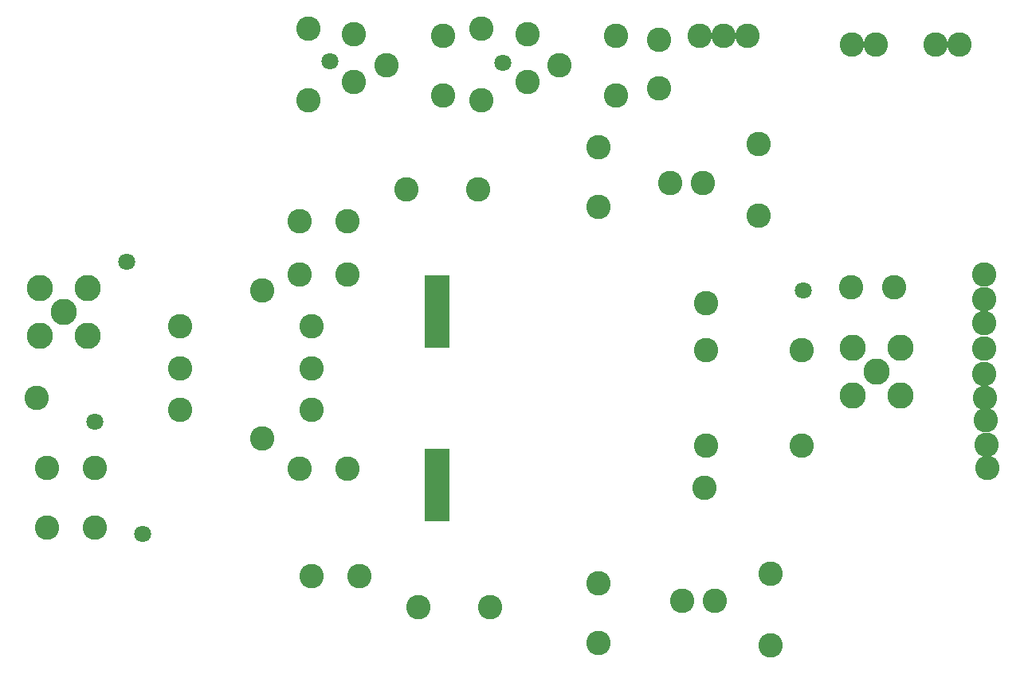
<source format=gbr>
%FSLAX34Y34*%
%MOMM*%
%LNSOLDERMASK_TOP*%
G71*
G01*
%ADD10C,2.800*%
%ADD11C,2.600*%
%ADD12C,2.600*%
%ADD13C,1.800*%
%LPD*%
X41250Y95350D02*
G54D10*
D03*
X92050Y95350D02*
G54D10*
D03*
X66650Y69950D02*
G54D10*
D03*
X92050Y44550D02*
G54D10*
D03*
X41250Y44550D02*
G54D10*
D03*
X793750Y363600D02*
G54D11*
D03*
X768350Y363600D02*
G54D11*
D03*
X742950Y363600D02*
G54D11*
D03*
X699000Y358806D02*
G54D11*
D03*
X699113Y307825D02*
G54D11*
D03*
X510783Y371297D02*
G54D11*
D03*
X510733Y295047D02*
G54D11*
D03*
X654050Y363600D02*
G54D11*
D03*
X654050Y300100D02*
G54D11*
D03*
X593725Y331850D02*
G54D11*
D03*
X559300Y365156D02*
G54D11*
D03*
X559413Y314175D02*
G54D11*
D03*
X326633Y371297D02*
G54D11*
D03*
X326583Y295047D02*
G54D11*
D03*
X469900Y363600D02*
G54D11*
D03*
X469900Y300100D02*
G54D11*
D03*
X409575Y331850D02*
G54D11*
D03*
X375150Y365156D02*
G54D11*
D03*
X375263Y314175D02*
G54D11*
D03*
G36*
X450550Y82850D02*
X476550Y82850D01*
X476550Y56850D01*
X450550Y56850D01*
X450550Y82850D01*
G37*
G36*
X450550Y57450D02*
X476550Y57450D01*
X476550Y31450D01*
X450550Y31450D01*
X450550Y57450D01*
G37*
G36*
X450550Y108250D02*
X476550Y108250D01*
X476550Y82250D01*
X450550Y82250D01*
X450550Y108250D01*
G37*
G36*
X450550Y-101300D02*
X476550Y-101300D01*
X476550Y-127300D01*
X450550Y-127300D01*
X450550Y-101300D01*
G37*
G36*
X450550Y-126700D02*
X476550Y-126700D01*
X476550Y-152700D01*
X450550Y-152700D01*
X450550Y-126700D01*
G37*
G36*
X450550Y-75900D02*
X476550Y-75900D01*
X476550Y-101900D01*
X450550Y-101900D01*
X450550Y-75900D01*
G37*
X368333Y109208D02*
G54D11*
D03*
X317352Y109095D02*
G54D11*
D03*
X368333Y-97167D02*
G54D11*
D03*
X317352Y-97280D02*
G54D11*
D03*
X368333Y166358D02*
G54D11*
D03*
X317353Y166245D02*
G54D11*
D03*
X381033Y-211467D02*
G54D11*
D03*
X330053Y-211580D02*
G54D11*
D03*
X507031Y199720D02*
G54D11*
D03*
X430781Y199770D02*
G54D11*
D03*
X519731Y-244780D02*
G54D11*
D03*
X443481Y-244730D02*
G54D11*
D03*
X635000Y244600D02*
G54D11*
D03*
X635000Y181100D02*
G54D11*
D03*
X635000Y-218950D02*
G54D11*
D03*
X635000Y-282450D02*
G54D11*
D03*
X746300Y206500D02*
G54D11*
D03*
X711200Y206500D02*
G54D11*
D03*
X759000Y-238000D02*
G54D11*
D03*
X723900Y-238000D02*
G54D11*
D03*
X904059Y354322D02*
G54D11*
D03*
X929559Y354322D02*
G54D11*
D03*
X805393Y171705D02*
G54D11*
D03*
X805443Y247955D02*
G54D11*
D03*
X749300Y28700D02*
G54D11*
D03*
X749300Y-72900D02*
G54D11*
D03*
X850900Y28700D02*
G54D11*
D03*
X850900Y-72900D02*
G54D11*
D03*
X190500Y54100D02*
G54D11*
D03*
X330200Y54100D02*
G54D11*
D03*
X330200Y-34800D02*
G54D11*
D03*
X330200Y9650D02*
G54D11*
D03*
X992959Y354322D02*
G54D11*
D03*
X1018459Y354322D02*
G54D11*
D03*
X768350Y363600D02*
G54D11*
D03*
X699113Y307825D02*
G54D11*
D03*
X654050Y300100D02*
G54D11*
D03*
X469900Y300100D02*
G54D11*
D03*
X559413Y314175D02*
G54D11*
D03*
X375263Y314175D02*
G54D11*
D03*
X850900Y-72900D02*
G54D11*
D03*
X746300Y206500D02*
G54D11*
D03*
X805393Y171705D02*
G54D11*
D03*
X759000Y-238000D02*
G54D11*
D03*
X190500Y-34800D02*
G54D11*
D03*
X330200Y9650D02*
G54D11*
D03*
X904850Y31850D02*
G54D10*
D03*
X955650Y31850D02*
G54D10*
D03*
X930250Y6450D02*
G54D10*
D03*
X955650Y-18950D02*
G54D10*
D03*
X904850Y-18950D02*
G54D10*
D03*
X190500Y9650D02*
G54D11*
D03*
X699113Y307825D02*
G54D11*
D03*
X559413Y314175D02*
G54D11*
D03*
X375263Y314175D02*
G54D11*
D03*
X805393Y171705D02*
G54D11*
D03*
X818093Y-285495D02*
G54D11*
D03*
X818143Y-209245D02*
G54D11*
D03*
X818093Y-285495D02*
G54D11*
D03*
X48870Y-96420D02*
G54D12*
D03*
X99670Y-96420D02*
G54D11*
D03*
X99670Y-159920D02*
G54D11*
D03*
X48870Y-159920D02*
G54D11*
D03*
X99670Y-96420D02*
G54D12*
D03*
X48870Y-159920D02*
G54D12*
D03*
X99670Y-159920D02*
G54D12*
D03*
X38100Y-22100D02*
G54D11*
D03*
X749600Y78800D02*
G54D11*
D03*
X747600Y-117200D02*
G54D11*
D03*
X277600Y-64700D02*
G54D11*
D03*
X278100Y92800D02*
G54D11*
D03*
X1044542Y109405D02*
G54D11*
D03*
X1044542Y83405D02*
G54D11*
D03*
X1044542Y57405D02*
G54D11*
D03*
X1044542Y30405D02*
G54D11*
D03*
X1044542Y3405D02*
G54D11*
D03*
X1045542Y-21595D02*
G54D11*
D03*
X1046542Y-45595D02*
G54D11*
D03*
X1047542Y-71595D02*
G54D11*
D03*
X1048042Y-96595D02*
G54D11*
D03*
X949000Y96000D02*
G54D11*
D03*
X903500Y95500D02*
G54D11*
D03*
X852542Y92405D02*
G54D13*
D03*
X133542Y123405D02*
G54D13*
D03*
X99542Y-47595D02*
G54D13*
D03*
X150542Y-166595D02*
G54D13*
D03*
X349542Y336405D02*
G54D13*
D03*
X533542Y334405D02*
G54D13*
D03*
M02*

</source>
